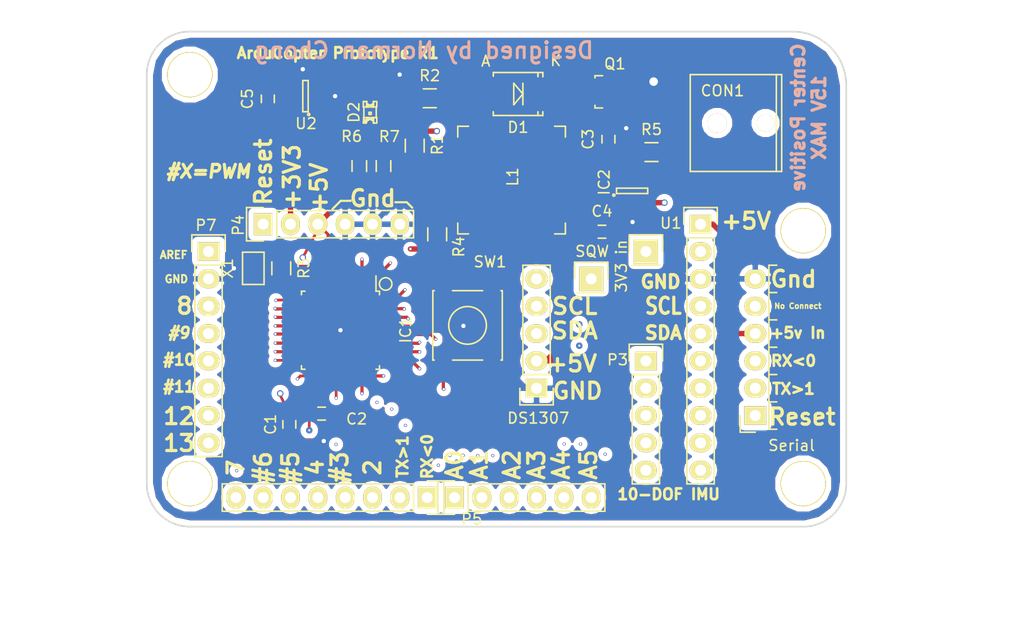
<source format=kicad_pcb>
(kicad_pcb (version 4) (host pcbnew "(after 2015-may-25 BZR unknown)-product")
  (layers (0 F.Cu power) (1 In1.Cu signal) (2 In2.Cu signal) (31 B.Cu power) (34 B.Paste user) (35 F.Paste user) (36 B.SilkS user) (37 F.SilkS user) (38 B.Mask user) (39 F.Mask user) (44 Edge.Cuts user))
  (net 0 "")
  (net 1 +5v)
  (net 2 /Neg)
  (net 3 /AREF)
  (net 4 "Net-(C3-Pad1)")
  (net 5 "Net-(C4-Pad1)")
  (net 6 "Net-(C4-Pad2)")
  (net 7 /+3V3)
  (net 8 /RESET)
  (net 9 /01)
  (net 10 /O0)
  (net 11 GND)
  (net 12 "Net-(D2-Pad1)")
  (net 13 /AD4/SDA)
  (net 14 /AD5/SCL)
  (net 15 "Net-(DS1-Pad5)")
  (net 16 /O3)
  (net 17 /O4)
  (net 18 /O5)
  (net 19 /06)
  (net 20 /07)
  (net 21 /O8)
  (net 22 /O9)
  (net 23 /SS)
  (net 24 /MOSI)
  (net 25 /MISO)
  (net 26 /SCK)
  (net 27 /AD0)
  (net 28 /AD1)
  (net 29 /AD2)
  (net 30 /AD3)
  (net 31 /O2)
  (net 32 "Net-(IC2-Pad3)")
  (net 33 "Net-(IC2-Pad4)")
  (net 34 "Net-(P2-Pad1)")
  (net 35 "Net-(P3-Pad1)")
  (net 36 "Net-(P3-Pad2)")
  (net 37 "Net-(P3-Pad3)")
  (net 38 "Net-(P3-Pad4)")
  (net 39 "Net-(P3-Pad5)")
  (net 40 "Net-(IC1-Pad19)")
  (net 41 "Net-(IC1-Pad22)")
  (net 42 "Net-(U2-Pad4)")
  (module SW_SPST_FSM1LP (layer F.Cu) (at 166.31 98.3 90)
    (fp_text reference SW1 (at 5.9 2.09 180) (layer F.SilkS))
    (fp_text value SW_PUSH)
    (pad 2 smd rect (at -4.205 2.25 90) (size 1.6 1.4) (layers F.Cu F.Paste F.Mask) (net 2 /Neg))
    (pad 1 smd rect (at -4.205 -2.25 90) (size 1.6 1.4) (layers F.Cu F.Paste F.Mask) (net 8 /RESET))
    (pad 1 smd rect (at 4.205 -2.25 90) (size 1.6 1.4) (layers F.Cu F.Paste F.Mask) (net 8 /RESET))
    (pad 2 smd rect (at 4.205 2.25 90) (size 1.6 1.4) (layers F.Cu F.Paste F.Mask) (net 2 /Neg))
    (pad 3 smd rect (at 4.205 0 90) (size 1.6 1.4) (layers F.Cu F.Paste F.Mask) (net 2 /Neg))
  )
  (module Socket_Strips:Socket_Strip_Angled_1x06 (layer F.Cu) (at 193.04 106.68 90)
    (fp_text reference Serial (at -2.78 3.38 180) (layer F.SilkS))
    (fp_text value CONN_01X06)
    (pad 1 thru_hole rect (at 0 0 90) (size 1.7272 2.032) (drill 1.016) (layers *.Cu *.Mask F.SilkS) (net 8 /RESET))
    (pad 2 thru_hole oval (at 2.54 0 90) (size 1.7272 2.032) (drill 1.016) (layers *.Cu *.Mask F.SilkS) (net 9 /01))
    (pad 3 thru_hole oval (at 5.08 0 90) (size 1.7272 2.032) (drill 1.016) (layers *.Cu *.Mask F.SilkS) (net 10 /O0))
    (pad 4 thru_hole oval (at 7.62 0 90) (size 1.7272 2.032) (drill 1.016) (layers *.Cu *.Mask F.SilkS) (net 1 +5v))
    (pad 5 thru_hole oval (at 10.16 0 90) (size 1.7272 2.032) (drill 1.016) (layers *.Cu *.Mask F.SilkS))
    (pad 6 thru_hole oval (at 12.7 0 90) (size 1.7272 2.032) (drill 1.016) (layers *.Cu *.Mask F.SilkS) (net 2 /Neg))
  )
  (module Connect:BARREL_JACK_SMD_2.1MMx5.5 (layer F.Cu) (at 194 79.5 180)
    (fp_text reference CON1 (at 4 3 360) (layer F.SilkS))
    (fp_text value BARREL_JACK)
    (pad 3 smd rect (at 6.1 5.7 180) (size 2.8 2.4) (layers F.Cu F.Paste F.Mask) (net 11 GND))
    (pad 1 smd rect (at 0 -5.7 180) (size 2.8 2.4) (layers F.Cu F.Paste F.Mask) (net 4 "Net-(C3-Pad1)"))
    (pad 2 smd rect (at 0 5.7 180) (size 2.8 2.4) (layers F.Cu F.Paste F.Mask) (net 11 GND))
    (pad 4 thru_hole circle (at 0 0 180) (size 1.6 1.6) (drill 1.6) (layers *.Cu *.Mask F.SilkS))
    (pad 5 thru_hole circle (at 4.5 0 180) (size 1.8 1.8) (drill 1.8) (layers *.Cu *.Mask F.SilkS))
    (pad 1 smd rect (at 6.1 -5.7 180) (size 2.8 2.4) (layers F.Cu F.Paste F.Mask) (net 4 "Net-(C3-Pad1)"))
  )
  (module Hole_4mm (layer F.Cu) (at 140.5 75)
    (fp_text reference REF** (at 0 0) (layer F.SilkS))
    (fp_text value Hole_4mm)
    (pad 1 thru_hole circle (at 0 0) (size 4.2 4.2) (drill 4) (layers *.Cu *.Mask F.SilkS))
  )
  (module Hole_4mm (layer F.Cu) (at 200.5 89.5)
    (fp_text reference REF** (at -3 0) (layer F.SilkS))
    (fp_text value Hole_4mm)
    (pad 1 thru_hole circle (at -3 0) (size 4.2 4.2) (drill 4) (layers *.Cu *.Mask F.SilkS))
  )
  (module Hole_4mm (layer F.Cu) (at 200.5 113)
    (fp_text reference REF** (at -3 0) (layer F.SilkS))
    (fp_text value Hole_4mm)
    (pad 1 thru_hole circle (at -3 0) (size 4.2 4.2) (drill 4) (layers *.Cu *.Mask F.SilkS))
  )
  (module Hole_4mm (layer F.Cu) (at 140.5 113)
    (fp_text reference REF** (at -0.075 0.375) (layer F.SilkS))
    (fp_text value Hole_4mm)
    (pad 1 thru_hole circle (at 0 0) (size 4.2 4.2) (drill 4) (layers *.Cu *.Mask F.SilkS))
  )
  (module Diodes_SMD:Diode-SMB_Handsoldering (layer F.Cu) (at 171 76.8 180)
    (fp_text reference D1 (at 0 -3.1 180) (layer F.SilkS))
    (fp_text value D_Schottky_Small)
    (fp_text user K (at -3.5 3.1 180) (layer F.SilkS))
    (fp_text user A (at 3 3.05 180) (layer F.SilkS))
    (pad 2 smd rect (at -2.70002 0 180) (size 3.50012 2.30124) (layers F.Cu F.Paste F.Mask) (net 5 "Net-(C4-Pad1)"))
    (pad 1 smd rect (at 2.70002 0 180) (size 3.50012 2.30124) (layers F.Cu F.Paste F.Mask) (net 2 /Neg))
  )
  (module Capacitors_SMD:C_0603_HandSoldering (layer F.Cu) (at 149.75 107.5 270)
    (fp_text reference C1 (at 0 1.75 270) (layer F.SilkS))
    (fp_text value 100nf)
    (pad 1 smd rect (at -0.95 0 270) (size 1.2 0.75) (layers F.Cu F.Paste F.Mask) (net 1 +5v))
    (pad 2 smd rect (at 0.95 0 270) (size 1.2 0.75) (layers F.Cu F.Paste F.Mask) (net 2 /Neg))
  )
  (module Capacitors_SMD:C_0603_HandSoldering (layer F.Cu) (at 152.75 106.5)
    (fp_text reference C2 (at 3.25 0.5) (layer F.SilkS))
    (fp_text value 100nf)
    (pad 1 smd rect (at -0.95 0) (size 1.2 0.75) (layers F.Cu F.Paste F.Mask) (net 3 /AREF))
    (pad 2 smd rect (at 0.95 0) (size 1.2 0.75) (layers F.Cu F.Paste F.Mask) (net 2 /Neg))
  )
  (module Capacitors_SMD:C_0603_HandSoldering (layer F.Cu) (at 179.4 81 90)
    (fp_text reference C3 (at 0 -1.9 90) (layer F.SilkS))
    (fp_text value 4.7uF)
    (pad 1 smd rect (at -0.95 0 90) (size 1.2 0.75) (layers F.Cu F.Paste F.Mask) (net 4 "Net-(C3-Pad1)"))
    (pad 2 smd rect (at 0.95 0 90) (size 1.2 0.75) (layers F.Cu F.Paste F.Mask) (net 2 /Neg))
  )
  (module Capacitors_SMD:C_0603_HandSoldering (layer F.Cu) (at 178.8 89.6)
    (fp_text reference C4 (at 0 -1.9) (layer F.SilkS))
    (fp_text value 100nF)
    (pad 1 smd rect (at -0.95 0) (size 1.2 0.75) (layers F.Cu F.Paste F.Mask) (net 5 "Net-(C4-Pad1)"))
    (pad 2 smd rect (at 0.95 0) (size 1.2 0.75) (layers F.Cu F.Paste F.Mask) (net 6 "Net-(C4-Pad2)"))
  )
  (module Capacitors_SMD:C_0603_HandSoldering (layer F.Cu) (at 147.75 77.25 90)
    (fp_text reference C5 (at 0 -1.9 90) (layer F.SilkS))
    (fp_text value 1uF)
    (pad 1 smd rect (at -0.95 0 90) (size 1.2 0.75) (layers F.Cu F.Paste F.Mask) (net 7 /+3V3))
    (pad 2 smd rect (at 0.95 0 90) (size 1.2 0.75) (layers F.Cu F.Paste F.Mask) (net 2 /Neg))
  )
  (module LEDs:LED-0805 (layer F.Cu) (at 157.25 78.5 90)
    (fp_text reference D2 (at 0 -1.5 90) (layer F.SilkS))
    (fp_text value LED)
    (pad 2 smd rect (at 1.04902 0 270) (size 1.19888 1.19888) (layers F.Cu F.Paste F.Mask) (net 2 /Neg))
    (pad 1 smd rect (at -1.04902 0 270) (size 1.19888 1.19888) (layers F.Cu F.Paste F.Mask) (net 12 "Net-(D2-Pad1)"))
  )
  (module Pin_Headers:Pin_Header_Straight_1x05 (layer F.Cu) (at 172.72 104.14 180)
    (fp_text reference DS1307 (at -0.16 -2.78 180) (layer F.SilkS))
    (fp_text value CONN_01X05)
    (pad 1 thru_hole rect (at 0 0 180) (size 2.032 1.7272) (drill 1.016) (layers *.Cu *.Mask F.SilkS) (net 2 /Neg))
    (pad 2 thru_hole oval (at 0 2.54 180) (size 2.032 1.7272) (drill 1.016) (layers *.Cu *.Mask F.SilkS) (net 1 +5v))
    (pad 3 thru_hole oval (at 0 5.08 180) (size 2.032 1.7272) (drill 1.016) (layers *.Cu *.Mask F.SilkS) (net 13 /AD4/SDA))
    (pad 4 thru_hole oval (at 0 7.62 180) (size 2.032 1.7272) (drill 1.016) (layers *.Cu *.Mask F.SilkS) (net 14 /AD5/SCL))
    (pad 5 thru_hole oval (at 0 10.16 180) (size 2.032 1.7272) (drill 1.016) (layers *.Cu *.Mask F.SilkS) (net 15 "Net-(DS1-Pad5)"))
  )
  (module Housings_SOT-23_SOT-143_TSOT-6:SOT-23-6 (layer F.Cu) (at 181.6 85.8 90)
    (fp_text reference IC2 (at 0.8 -2.6 90) (layer F.SilkS))
    (fp_text value AOZ1282CI)
    (pad 1 smd rect (at -1.1 -0.95 90) (size 1.06 0.65) (layers F.Cu F.Paste F.Mask) (net 6 "Net-(C4-Pad2)"))
    (pad 2 smd rect (at -1.1 0 90) (size 1.06 0.65) (layers F.Cu F.Paste F.Mask) (net 2 /Neg))
    (pad 3 smd rect (at -1.1 0.95 90) (size 1.06 0.65) (layers F.Cu F.Paste F.Mask) (net 32 "Net-(IC2-Pad3)"))
    (pad 4 smd rect (at 1.1 0.95 90) (size 1.06 0.65) (layers F.Cu F.Paste F.Mask) (net 33 "Net-(IC2-Pad4)"))
    (pad 6 smd rect (at 1.1 -0.95 90) (size 1.06 0.65) (layers F.Cu F.Paste F.Mask) (net 5 "Net-(C4-Pad1)"))
    (pad 5 smd rect (at 1.1 0 90) (size 1.06 0.65) (layers F.Cu F.Paste F.Mask) (net 4 "Net-(C3-Pad1)"))
  )
  (module Inductors:WE-PD_SMD_Shielded_Power_Inductor (layer F.Cu) (at 170.4 84.8 90)
    (fp_text reference L1 (at 0.3 0.1 90) (layer F.SilkS))
    (fp_text value 22uH)
    (pad 1 smd rect (at 0 4.5 90) (size 3.5 2) (layers F.Cu F.Paste F.Mask) (net 5 "Net-(C4-Pad1)"))
    (pad 2 smd rect (at 0 -4.5 90) (size 3.5 2) (layers F.Cu F.Paste F.Mask) (net 1 +5v))
  )
  (module Pin_Headers:Pin_Header_Straight_1x01 (layer F.Cu) (at 177.8 93.98)
    (fp_text reference SQW (at 0.08 -2.56) (layer F.SilkS))
    (fp_text value CONN_01X01)
    (pad 1 thru_hole rect (at 0 0) (size 2.2352 2.2352) (drill 1.016) (layers *.Cu *.Mask F.SilkS) (net 15 "Net-(DS1-Pad5)"))
  )
  (module Pin_Headers:Pin_Header_Straight_1x01 (layer F.Cu) (at 182.88 91.44)
    (fp_text reference "3V3 in" (at -2.28 1.36 90) (layer F.SilkS))
    (fp_text value CONN_01X01)
    (pad 1 thru_hole rect (at 0 0) (size 2.2352 2.2352) (drill 1.016) (layers *.Cu *.Mask F.SilkS) (net 34 "Net-(P2-Pad1)"))
  )
  (module Pin_Headers:Pin_Header_Straight_1x05 (layer F.Cu) (at 182.88 101.6)
    (fp_text reference P3 (at -2.63 -0.1) (layer F.SilkS))
    (fp_text value CONN_01X05)
    (pad 1 thru_hole rect (at 0 0) (size 2.032 1.7272) (drill 1.016) (layers *.Cu *.Mask F.SilkS) (net 35 "Net-(P3-Pad1)"))
    (pad 2 thru_hole oval (at 0 2.54) (size 2.032 1.7272) (drill 1.016) (layers *.Cu *.Mask F.SilkS) (net 36 "Net-(P3-Pad2)"))
    (pad 3 thru_hole oval (at 0 5.08) (size 2.032 1.7272) (drill 1.016) (layers *.Cu *.Mask F.SilkS) (net 37 "Net-(P3-Pad3)"))
    (pad 4 thru_hole oval (at 0 7.62) (size 2.032 1.7272) (drill 1.016) (layers *.Cu *.Mask F.SilkS) (net 38 "Net-(P3-Pad4)"))
    (pad 5 thru_hole oval (at 0 10.16) (size 2.032 1.7272) (drill 1.016) (layers *.Cu *.Mask F.SilkS) (net 39 "Net-(P3-Pad5)"))
  )
  (module Pin_Headers:Pin_Header_Straight_1x06 (layer F.Cu) (at 147.32 88.9 90)
    (fp_text reference P4 (at -0.1 -2.32 90) (layer F.SilkS))
    (fp_text value CONN_01X06)
    (pad 1 thru_hole rect (at 0 0 90) (size 2.032 1.7272) (drill 1.016) (layers *.Cu *.Mask F.SilkS) (net 8 /RESET))
    (pad 2 thru_hole oval (at 0 2.54 90) (size 2.032 1.7272) (drill 1.016) (layers *.Cu *.Mask F.SilkS) (net 7 /+3V3))
    (pad 3 thru_hole oval (at 0 5.08 90) (size 2.032 1.7272) (drill 1.016) (layers *.Cu *.Mask F.SilkS) (net 1 +5v))
    (pad 4 thru_hole oval (at 0 7.62 90) (size 2.032 1.7272) (drill 1.016) (layers *.Cu *.Mask F.SilkS) (net 2 /Neg))
    (pad 5 thru_hole oval (at 0 10.16 90) (size 2.032 1.7272) (drill 1.016) (layers *.Cu *.Mask F.SilkS) (net 2 /Neg))
    (pad 6 thru_hole oval (at 0 12.7 90) (size 2.032 1.7272) (drill 1.016) (layers *.Cu *.Mask F.SilkS) (net 2 /Neg))
  )
  (module Pin_Headers:Pin_Header_Straight_1x08 (layer F.Cu) (at 162.56 114.3 270)
    (fp_text reference P5 (at 2 -4.14 360) (layer F.SilkS))
    (fp_text value CONN_01X08)
    (pad 1 thru_hole rect (at 0 0 270) (size 2.032 1.7272) (drill 1.016) (layers *.Cu *.Mask F.SilkS) (net 10 /O0))
    (pad 2 thru_hole oval (at 0 2.54 270) (size 2.032 1.7272) (drill 1.016) (layers *.Cu *.Mask F.SilkS) (net 9 /01))
    (pad 3 thru_hole oval (at 0 5.08 270) (size 2.032 1.7272) (drill 1.016) (layers *.Cu *.Mask F.SilkS) (net 31 /O2))
    (pad 4 thru_hole oval (at 0 7.62 270) (size 2.032 1.7272) (drill 1.016) (layers *.Cu *.Mask F.SilkS) (net 16 /O3))
    (pad 5 thru_hole oval (at 0 10.16 270) (size 2.032 1.7272) (drill 1.016) (layers *.Cu *.Mask F.SilkS) (net 17 /O4))
    (pad 6 thru_hole oval (at 0 12.7 270) (size 2.032 1.7272) (drill 1.016) (layers *.Cu *.Mask F.SilkS) (net 18 /O5))
    (pad 7 thru_hole oval (at 0 15.24 270) (size 2.032 1.7272) (drill 1.016) (layers *.Cu *.Mask F.SilkS) (net 19 /06))
    (pad 8 thru_hole oval (at 0 17.78 270) (size 2.032 1.7272) (drill 1.016) (layers *.Cu *.Mask F.SilkS) (net 20 /07))
  )
  (module Pin_Headers:Pin_Header_Straight_1x06 (layer F.Cu) (at 165.1 114.3 90)
    (fp_text reference P6 (at 0 -5.1 90) (layer F.SilkS))
    (fp_text value CONN_01X06)
    (pad 1 thru_hole rect (at 0 0 90) (size 2.032 1.7272) (drill 1.016) (layers *.Cu *.Mask F.SilkS) (net 27 /AD0))
    (pad 2 thru_hole oval (at 0 2.54 90) (size 2.032 1.7272) (drill 1.016) (layers *.Cu *.Mask F.SilkS) (net 28 /AD1))
    (pad 3 thru_hole oval (at 0 5.08 90) (size 2.032 1.7272) (drill 1.016) (layers *.Cu *.Mask F.SilkS) (net 29 /AD2))
    (pad 4 thru_hole oval (at 0 7.62 90) (size 2.032 1.7272) (drill 1.016) (layers *.Cu *.Mask F.SilkS) (net 30 /AD3))
    (pad 5 thru_hole oval (at 0 10.16 90) (size 2.032 1.7272) (drill 1.016) (layers *.Cu *.Mask F.SilkS) (net 13 /AD4/SDA))
    (pad 6 thru_hole oval (at 0 12.7 90) (size 2.032 1.7272) (drill 1.016) (layers *.Cu *.Mask F.SilkS) (net 14 /AD5/SCL))
  )
  (module Pin_Headers:Pin_Header_Straight_1x08 (layer F.Cu) (at 142.24 91.44)
    (fp_text reference P7 (at -0.24 -2.44) (layer F.SilkS))
    (fp_text value CONN_01X08)
    (pad 1 thru_hole rect (at 0 0) (size 2.032 1.7272) (drill 1.016) (layers *.Cu *.Mask F.SilkS) (net 3 /AREF))
    (pad 2 thru_hole oval (at 0 2.54) (size 2.032 1.7272) (drill 1.016) (layers *.Cu *.Mask F.SilkS) (net 2 /Neg))
    (pad 3 thru_hole oval (at 0 5.08) (size 2.032 1.7272) (drill 1.016) (layers *.Cu *.Mask F.SilkS) (net 21 /O8))
    (pad 4 thru_hole oval (at 0 7.62) (size 2.032 1.7272) (drill 1.016) (layers *.Cu *.Mask F.SilkS) (net 22 /O9))
    (pad 5 thru_hole oval (at 0 10.16) (size 2.032 1.7272) (drill 1.016) (layers *.Cu *.Mask F.SilkS) (net 23 /SS))
    (pad 6 thru_hole oval (at 0 12.7) (size 2.032 1.7272) (drill 1.016) (layers *.Cu *.Mask F.SilkS) (net 24 /MOSI))
    (pad 7 thru_hole oval (at 0 15.24) (size 2.032 1.7272) (drill 1.016) (layers *.Cu *.Mask F.SilkS) (net 25 /MISO))
    (pad 8 thru_hole oval (at 0 17.78) (size 2.032 1.7272) (drill 1.016) (layers *.Cu *.Mask F.SilkS) (net 26 /SCK))
  )
  (module Housings_SOT-23_SOT-143_TSOT-6:SOT-23_Handsoldering (layer F.Cu) (at 178.8 76.6 90)
    (fp_text reference Q1 (at 2.6 1.2 180) (layer F.SilkS))
    (fp_text value AO3404A)
    (pad 1 smd rect (at -0.95 1.50114 90) (size 0.8001 1.80086) (layers F.Cu F.Paste F.Mask) (net 4 "Net-(C3-Pad1)"))
    (pad 2 smd rect (at 0.95 1.50114 90) (size 0.8001 1.80086) (layers F.Cu F.Paste F.Mask) (net 2 /Neg))
    (pad 3 smd rect (at 0 -1.50114 90) (size 0.8001 1.80086) (layers F.Cu F.Paste F.Mask) (net 11 GND))
  )
  (module Resistors_SMD:R_0805_HandSoldering (layer F.Cu) (at 161.4 81.6 90)
    (fp_text reference R1 (at 0.1 2.1 90) (layer F.SilkS))
    (fp_text value 49.9K)
    (pad 1 smd rect (at -1.35 0 90) (size 1.5 1.3) (layers F.Cu F.Paste F.Mask) (net 1 +5v))
    (pad 2 smd rect (at 1.35 0 90) (size 1.5 1.3) (layers F.Cu F.Paste F.Mask) (net 32 "Net-(IC2-Pad3)"))
  )
  (module Resistors_SMD:R_0805_HandSoldering (layer F.Cu) (at 162.8 77.2)
    (fp_text reference R2 (at 0 -2.1) (layer F.SilkS))
    (fp_text value 15.8K)
    (pad 1 smd rect (at -1.35 0) (size 1.5 1.3) (layers F.Cu F.Paste F.Mask) (net 32 "Net-(IC2-Pad3)"))
    (pad 2 smd rect (at 1.35 0) (size 1.5 1.3) (layers F.Cu F.Paste F.Mask) (net 2 /Neg))
  )
  (module Resistors_SMD:R_0805_HandSoldering (layer F.Cu) (at 149 93 270)
    (fp_text reference R3 (at 0 -2.1 270) (layer F.SilkS))
    (fp_text value 1M)
    (pad 1 smd rect (at -1.35 0 270) (size 1.5 1.3) (layers F.Cu F.Paste F.Mask) (net 2 /Neg))
    (pad 2 smd rect (at 1.35 0 270) (size 1.5 1.3) (layers F.Cu F.Paste F.Mask) (net 2 /Neg))
  )
  (module Resistors_SMD:R_0805_HandSoldering (layer F.Cu) (at 163.49 89.84 270)
    (fp_text reference R4 (at 1.16 -2.01 270) (layer F.SilkS))
    (fp_text value 10K)
    (pad 1 smd rect (at -1.35 0 270) (size 1.5 1.3) (layers F.Cu F.Paste F.Mask) (net 1 +5v))
    (pad 2 smd rect (at 1.35 0 270) (size 1.5 1.3) (layers F.Cu F.Paste F.Mask) (net 8 /RESET))
  )
  (module Resistors_SMD:R_0805_HandSoldering (layer F.Cu) (at 183.4 82.2)
    (fp_text reference R5 (at 0 -2.1) (layer F.SilkS))
    (fp_text value 10K)
    (pad 1 smd rect (at -1.35 0) (size 1.5 1.3) (layers F.Cu F.Paste F.Mask) (net 4 "Net-(C3-Pad1)"))
    (pad 2 smd rect (at 1.35 0) (size 1.5 1.3) (layers F.Cu F.Paste F.Mask) (net 33 "Net-(IC2-Pad4)"))
  )
  (module Resistors_SMD:R_0603_HandSoldering (layer F.Cu) (at 156.25 83.5 270)
    (fp_text reference R6 (at -2.76 0.71 360) (layer F.SilkS))
    (fp_text value 1K)
    (pad 1 smd rect (at -1.1 0 270) (size 1.2 0.9) (layers F.Cu F.Paste F.Mask) (net 12 "Net-(D2-Pad1)"))
    (pad 2 smd rect (at 1.1 0 270) (size 1.2 0.9) (layers F.Cu F.Paste F.Mask) (net 1 +5v))
  )
  (module Resistors_SMD:R_0603_HandSoldering (layer F.Cu) (at 158.5 83.5 270)
    (fp_text reference R7 (at -2.74 -0.54 360) (layer F.SilkS))
    (fp_text value 1K)
    (pad 1 smd rect (at -1.1 0 270) (size 1.2 0.9) (layers F.Cu F.Paste F.Mask) (net 12 "Net-(D2-Pad1)"))
    (pad 2 smd rect (at 1.1 0 270) (size 1.2 0.9) (layers F.Cu F.Paste F.Mask) (net 1 +5v))
  )
  (module Pin_Headers:Pin_Header_Straight_1x10 (layer F.Cu) (at 187.96 88.9)
    (fp_text reference U1 (at -2.76 -0.1) (layer F.SilkS))
    (fp_text value CONN_01X10)
    (pad 1 thru_hole rect (at 0 0) (size 2.032 1.7272) (drill 1.016) (layers *.Cu *.Mask F.SilkS) (net 1 +5v))
    (pad 2 thru_hole oval (at 0 2.54) (size 2.032 1.7272) (drill 1.016) (layers *.Cu *.Mask F.SilkS) (net 34 "Net-(P2-Pad1)"))
    (pad 3 thru_hole oval (at 0 5.08) (size 2.032 1.7272) (drill 1.016) (layers *.Cu *.Mask F.SilkS) (net 2 /Neg))
    (pad 4 thru_hole oval (at 0 7.62) (size 2.032 1.7272) (drill 1.016) (layers *.Cu *.Mask F.SilkS) (net 14 /AD5/SCL))
    (pad 5 thru_hole oval (at 0 10.16) (size 2.032 1.7272) (drill 1.016) (layers *.Cu *.Mask F.SilkS) (net 13 /AD4/SDA))
    (pad 6 thru_hole oval (at 0 12.7) (size 2.032 1.7272) (drill 1.016) (layers *.Cu *.Mask F.SilkS) (net 35 "Net-(P3-Pad1)"))
    (pad 7 thru_hole oval (at 0 15.24) (size 2.032 1.7272) (drill 1.016) (layers *.Cu *.Mask F.SilkS) (net 36 "Net-(P3-Pad2)"))
    (pad 8 thru_hole oval (at 0 17.78) (size 2.032 1.7272) (drill 1.016) (layers *.Cu *.Mask F.SilkS) (net 37 "Net-(P3-Pad3)"))
    (pad 9 thru_hole oval (at 0 20.32) (size 2.032 1.7272) (drill 1.016) (layers *.Cu *.Mask F.SilkS) (net 38 "Net-(P3-Pad4)"))
    (pad 10 thru_hole oval (at 0 22.86) (size 2.032 1.7272) (drill 1.016) (layers *.Cu *.Mask F.SilkS) (net 39 "Net-(P3-Pad5)"))
  )
  (module Housings_SOT-23_SOT-143_TSOT-6:SOT-23-5 (layer F.Cu) (at 151.25 77 180)
    (fp_text reference U2 (at -0.05 -2.55 180) (layer F.SilkS))
    (fp_text value LP2985LV)
    (pad 1 smd rect (at -1.1 -0.95 180) (size 1.06 0.65) (layers F.Cu F.Paste F.Mask) (net 1 +5v))
    (pad 2 smd rect (at -1.1 0 180) (size 1.06 0.65) (layers F.Cu F.Paste F.Mask) (net 2 /Neg))
    (pad 3 smd rect (at -1.1 0.95 180) (size 1.06 0.65) (layers F.Cu F.Paste F.Mask) (net 1 +5v))
    (pad 4 smd rect (at 1.1 0.95 180) (size 1.06 0.65) (layers F.Cu F.Paste F.Mask) (net 42 "Net-(U2-Pad4)"))
    (pad 5 smd rect (at 1.1 -0.95 180) (size 1.06 0.65) (layers F.Cu F.Paste F.Mask) (net 7 /+3V3))
  )
  (module Crystals_Oscillators_SMD:CSTCE_V (layer F.Cu) (at 146.4 93 90)
    (fp_text reference X1 (at 0 -2.4 90) (layer F.SilkS))
    (fp_text value 16MHZ)
    (pad 3 smd rect (at 0 0 90) (size 0.3 1.6) (layers F.Cu F.Paste F.Mask) (net 2 /Neg))
    (pad 1 smd rect (at -0.95 0 90) (size 0.3 1.6) (layers F.Cu F.Paste F.Mask) (net 2 /Neg))
    (pad 2 smd rect (at 0.95 0 90) (size 0.3 1.6) (layers F.Cu F.Paste F.Mask) (net 2 /Neg))
  )
  (module Housings_QFP:TQFP-32_7x7mm_Pitch0.8mm_GND3 (layer F.Cu) (at 154.5 98.75 270)
    (fp_text reference IC1 (at 0 -6.05 270) (layer F.SilkS))
    (fp_text value ATMEGA328P-A)
    (pad 1 smd rect (at -4.25 -2.8 270) (size 1.6 0.55) (layers F.Cu F.Paste F.Mask) (net 16 /O3))
    (pad 2 smd rect (at -4.25 -2 270) (size 1.6 0.55) (layers F.Cu F.Paste F.Mask) (net 17 /O4))
    (pad 3 smd rect (at -4.25 -1.2 270) (size 1.6 0.55) (layers F.Cu F.Paste F.Mask) (net 2 /Neg))
    (pad 4 smd rect (at -4.25 -0.4 270) (size 1.6 0.55) (layers F.Cu F.Paste F.Mask) (net 1 +5v))
    (pad 5 smd rect (at -4.25 0.4 270) (size 1.6 0.55) (layers F.Cu F.Paste F.Mask) (net 2 /Neg))
    (pad 6 smd rect (at -4.25 1.2 270) (size 1.6 0.55) (layers F.Cu F.Paste F.Mask) (net 1 +5v))
    (pad 7 smd rect (at -4.25 2 270) (size 1.6 0.55) (layers F.Cu F.Paste F.Mask) (net 2 /Neg))
    (pad 8 smd rect (at -4.25 2.8 270) (size 1.6 0.55) (layers F.Cu F.Paste F.Mask) (net 2 /Neg))
    (pad 9 smd rect (at -2.8 4.25) (size 1.6 0.55) (layers F.Cu F.Paste F.Mask) (net 18 /O5))
    (pad 10 smd rect (at -2 4.25) (size 1.6 0.55) (layers F.Cu F.Paste F.Mask) (net 19 /06))
    (pad 11 smd rect (at -1.2 4.25) (size 1.6 0.55) (layers F.Cu F.Paste F.Mask) (net 20 /07))
    (pad 12 smd rect (at -0.4 4.25) (size 1.6 0.55) (layers F.Cu F.Paste F.Mask) (net 21 /O8))
    (pad 13 smd rect (at 0.4 4.25) (size 1.6 0.55) (layers F.Cu F.Paste F.Mask) (net 22 /O9))
    (pad 14 smd rect (at 1.2 4.25) (size 1.6 0.55) (layers F.Cu F.Paste F.Mask) (net 23 /SS))
    (pad 15 smd rect (at 2 4.25) (size 1.6 0.55) (layers F.Cu F.Paste F.Mask) (net 24 /MOSI))
    (pad 16 smd rect (at 2.8 4.25) (size 1.6 0.55) (layers F.Cu F.Paste F.Mask) (net 25 /MISO))
    (pad 17 smd rect (at 4.25 2.8 270) (size 1.6 0.55) (layers F.Cu F.Paste F.Mask) (net 26 /SCK))
    (pad 18 smd rect (at 4.25 2 270) (size 1.6 0.55) (layers F.Cu F.Paste F.Mask) (net 1 +5v))
    (pad 19 smd rect (at 4.25 1.2 270) (size 1.6 0.55) (layers F.Cu F.Paste F.Mask) (net 40 "Net-(IC1-Pad19)"))
    (pad 20 smd rect (at 4.25 0.4 270) (size 1.6 0.55) (layers F.Cu F.Paste F.Mask) (net 3 /AREF))
    (pad 21 smd rect (at 4.25 -0.4 270) (size 1.6 0.55) (layers F.Cu F.Paste F.Mask) (net 2 /Neg))
    (pad 22 smd rect (at 4.25 -1.2 270) (size 1.6 0.55) (layers F.Cu F.Paste F.Mask) (net 41 "Net-(IC1-Pad22)"))
    (pad 23 smd rect (at 4.25 -2 270) (size 1.6 0.55) (layers F.Cu F.Paste F.Mask) (net 27 /AD0))
    (pad 24 smd rect (at 4.25 -2.8 270) (size 1.6 0.55) (layers F.Cu F.Paste F.Mask) (net 28 /AD1))
    (pad 25 smd rect (at 2.8 -4.25) (size 1.6 0.55) (layers F.Cu F.Paste F.Mask) (net 29 /AD2))
    (pad 26 smd rect (at 2 -4.25) (size 1.6 0.55) (layers F.Cu F.Paste F.Mask) (net 30 /AD3))
    (pad 27 smd rect (at 1.2 -4.25) (size 1.6 0.55) (layers F.Cu F.Paste F.Mask) (net 13 /AD4/SDA))
    (pad 28 smd rect (at 0.4 -4.25) (size 1.6 0.55) (layers F.Cu F.Paste F.Mask) (net 14 /AD5/SCL))
    (pad 29 smd rect (at -0.4 -4.25) (size 1.6 0.55) (layers F.Cu F.Paste F.Mask) (net 8 /RESET))
    (pad 30 smd rect (at -1.2 -4.25) (size 1.6 0.55) (layers F.Cu F.Paste F.Mask) (net 10 /O0))
    (pad 31 smd rect (at -2 -4.25) (size 1.6 0.55) (layers F.Cu F.Paste F.Mask) (net 9 /01))
    (pad 32 smd rect (at -2.8 -4.25) (size 1.6 0.55) (layers F.Cu F.Paste F.Mask) (net 31 /O2))
    (pad 3 smd rect (at 0 0 270) (size 5.08 5.08) (layers F.Cu F.Paste F.Mask) (net 2 /Neg))
  )
  (gr_line (start 140.5 71) (end 196.5 71) (angle 90) (layer Edge.Cuts) (width 0.15))
  (gr_line (start 197.7 117) (end 140.5 117) (angle 90) (layer Edge.Cuts) (width 0.15))
  (gr_line (start 201.5 112.8) (end 201.5 76) (angle 90) (layer Edge.Cuts) (width 0.15))
  (gr_arc (start 197.5 113) (end 201.5 112.8) (angle 90) (layer Edge.Cuts) (width 0.15))
  (gr_line (start 136.5 75) (end 136.5 113) (angle 90) (layer Edge.Cuts) (width 0.15))
  (gr_arc (start 140.5 75) (end 136.5 75) (angle 90) (layer Edge.Cuts) (width 0.15))
  (gr_arc (start 140.5 113) (end 140.5 117) (angle 90) (layer Edge.Cuts) (width 0.15))
  (gr_text "No Connect" (at 197 96.5) (layer F.SilkS) (effects (font (size 0.5 0.5) (thickness 0.125))))
  (gr_text Gnd (at 196.6 94) (layer F.SilkS) (effects (font (size 1.5 1.5) (thickness 0.3))))
  (gr_text Reset (at 197.4 106.8) (layer F.SilkS) (effects (font (size 1.5 1.5) (thickness 0.3))))
  (gr_text "+5v In" (at 197 99) (layer F.SilkS) (effects (font (size 1 1) (thickness 0.25))))
  (gr_text RX<0 (at 196.6 101.6) (layer F.SilkS) (effects (font (size 1 1) (thickness 0.25))))
  (gr_text TX>1 (at 196.6 104.2) (layer F.SilkS) (effects (font (size 1 1) (thickness 0.25))))
  (gr_text "Designed by Norman Chong" (at 162.25 72.75) (layer B.SilkS) (effects (font (size 1.5 1.5) (thickness 0.275)) (justify mirror)))
  (gr_text "10-DOF IMU" (at 185 114) (layer F.SilkS) (effects (font (size 1 1) (thickness 0.25))))
  (gr_text "#X=PWM" (at 142.25 84) (layer F.SilkS) (effects (font (size 1.2 1.2) (thickness 0.3) italic)))
  (gr_text "Center Positive\n15V MAX\n" (at 198 79 90) (layer B.SilkS) (effects (font (size 1.2 1.2) (thickness 0.3)) (justify mirror)))
  (gr_text 2 (at 157.48 111.506 90) (layer F.SilkS) (effects (font (size 1.5 1.5) (thickness 0.3))))
  (gr_text SCL (at 176.276 96.52) (layer F.SilkS) (effects (font (size 1.5 1.5) (thickness 0.3))))
  (gr_text SDA (at 176.276 98.806) (layer F.SilkS) (effects (font (size 1.5 1.5) (thickness 0.3))))
  (gr_text "+5V\n" (at 176.022 101.854) (layer F.SilkS) (effects (font (size 1.5 1.5) (thickness 0.3))))
  (gr_text GND (at 176.53 104.394) (layer F.SilkS) (effects (font (size 1.5 1.5) (thickness 0.3))))
  (gr_text SDA (at 184.5 99) (layer F.SilkS) (effects (font (size 1.2 1.2) (thickness 0.3))))
  (gr_text SCL (at 184.5 96.5) (layer F.SilkS) (effects (font (size 1.5 1.2) (thickness 0.3))))
  (gr_text "GND\n" (at 184.25 94.25) (layer F.SilkS) (effects (font (size 1.2 1.2) (thickness 0.3))))
  (gr_text +5V (at 192.2 88.6) (layer F.SilkS) (effects (font (size 1.5 1.5) (thickness 0.3))))
  (gr_text RX<0 (at 162.56 110.49 90) (layer F.SilkS) (effects (font (size 1 1) (thickness 0.25))))
  (gr_text TX>1 (at 160.274 110.49 90) (layer F.SilkS) (effects (font (size 1 1) (thickness 0.25))))
  (gr_text "#3" (at 154.432 111.506 90) (layer F.SilkS) (effects (font (size 1.5 1.5) (thickness 0.3))))
  (gr_text 4 (at 152.146 111.506 90) (layer F.SilkS) (effects (font (size 1.5 1.5) (thickness 0.3))))
  (gr_text "#5" (at 149.86 111.506 90) (layer F.SilkS) (effects (font (size 1.5 1.5) (thickness 0.3))))
  (gr_text "#6" (at 147.32 111.506 90) (layer F.SilkS) (effects (font (size 1.5 1.5) (thickness 0.3))))
  (gr_text 7 (at 144.78 111.506 90) (layer F.SilkS) (effects (font (size 1.5 1.5) (thickness 0.3))))
  (gr_text 13 (at 139.5 109.25) (layer F.SilkS) (effects (font (size 1.5 1.5) (thickness 0.3))))
  (gr_text 12 (at 139.5 106.75) (layer F.SilkS) (effects (font (size 1.5 1.5) (thickness 0.3))))
  (gr_text "#11" (at 139.5 104) (layer F.SilkS) (effects (font (size 1 1) (thickness 0.25))))
  (gr_text "#10" (at 139.5 101.5) (layer F.SilkS) (effects (font (size 1 1) (thickness 0.25))))
  (gr_text "#9" (at 139.5 99) (layer F.SilkS) (effects (font (size 1 1) (thickness 0.25) italic)))
  (gr_text 8 (at 140 96.5) (layer F.SilkS) (effects (font (size 1.5 1.5) (thickness 0.3))))
  (gr_text GND (at 139.25 94) (layer F.SilkS) (effects (font (size 0.7 0.7) (thickness 0.175))))
  (gr_text AREF (at 139 91.75) (layer F.SilkS) (effects (font (size 0.7 0.7) (thickness 0.175))))
  (gr_line (start 155.44 86.73) (end 155.44 86.7) (angle 90) (layer F.SilkS) (width 0.2))
  (gr_line (start 154.52 86.73) (end 155.44 86.73) (angle 90) (layer F.SilkS) (width 0.2))
  (gr_line (start 153.76 87.49) (end 154.52 86.73) (angle 90) (layer F.SilkS) (width 0.2))
  (gr_line (start 160.66 86.86) (end 159.59 86.86) (angle 90) (layer F.SilkS) (width 0.2))
  (gr_line (start 161.17 87.37) (end 160.66 86.86) (angle 90) (layer F.SilkS) (width 0.2))
  (gr_text Gnd (at 157.5 86.5) (layer F.SilkS) (effects (font (size 1.5 1.5) (thickness 0.3))))
  (gr_text +5V (at 152.5 85.5 90) (layer F.SilkS) (effects (font (size 1.5 1.5) (thickness 0.3))))
  (gr_text +3V3 (at 150 84.5 90) (layer F.SilkS) (effects (font (size 1.5 1.5) (thickness 0.3))))
  (gr_text Reset (at 147.33 84.04 90) (layer F.SilkS) (effects (font (size 1.5 1.5) (thickness 0.3))))
  (gr_text A5 (at 177.546 111.252 90) (layer F.SilkS) (effects (font (size 1.5 1.5) (thickness 0.3))))
  (gr_text A4 (at 175.006 111.252 90) (layer F.SilkS) (effects (font (size 1.5 1.5) (thickness 0.3))))
  (gr_text A3 (at 172.72 111.252 90) (layer F.SilkS) (effects (font (size 1.5 1.5) (thickness 0.3))))
  (gr_text A2 (at 170.434 111.252 90) (layer F.SilkS) (effects (font (size 1.5 1.5) (thickness 0.3))))
  (gr_text A1 (at 167.386 111.252 90) (layer F.SilkS) (effects (font (size 1.5 1.5) (thickness 0.3))))
  (gr_text A0 (at 165.1 111.252 90) (layer F.SilkS) (effects (font (size 1.5 1.5) (thickness 0.3))))
  (gr_text "ArduCopter Prototype R1" (at 154.25 73) (layer F.SilkS) (effects (font (size 1 1) (thickness 0.25))))
  (gr_arc (start 196.5 76) (end 196.5 71) (angle 90) (layer Edge.Cuts) (width 0.15))
  (segment (start 193.04 99.06) (end 192.6 99.06) (width 0.5) (layer F.Cu) (net 1))
  (segment (start 152.4 89.4) (end 152.4 88.9) (width 0.25) (layer F.Cu) (net 1))
  (segment (start 156.25 84.6) (end 158.5 84.6) (width 0.5) (layer F.Cu) (net 1))
  (segment (start 163.49 88.49) (end 163.58 88.4) (width 0.5) (layer F.Cu) (net 1))
  (segment (start 152.5 103) (end 152.5 105.1) (width 0.25) (layer F.Cu) (net 1))
  (segment (start 152.5 105.1) (end 151.2 105.1) (width 0.25) (layer F.Cu) (net 1))
  (segment (start 151.2 105.1) (end 149.75 106.55) (width 0.25) (layer F.Cu) (net 1))
  (segment (start 165.9 84.8) (end 163.49 87.21) (width 0.5) (layer F.Cu) (net 1))
  (segment (start 163.49 87.21) (end 163.49 88.49) (width 0.5) (layer F.Cu) (net 1))
  (segment (start 153.3 94.5) (end 153.325 94.475) (width 0.25) (layer F.Cu) (net 1))
  (segment (start 153.325 94.475) (end 153.325 89.825) (width 0.25) (layer F.Cu) (net 1))
  (segment (start 153.325 89.825) (end 152.4 88.9) (width 0.25) (layer F.Cu) (net 1))
  (segment (start 154.9 94.5) (end 154.875 94.475) (width 0.25) (layer F.Cu) (net 1))
  (segment (start 154.875 94.475) (end 154.875 91.375) (width 0.25) (layer F.Cu) (net 1))
  (segment (start 154.875 91.375) (end 152.4 88.9) (width 0.25) (layer F.Cu) (net 1))
  (segment (start 152.4 88.9) (end 156.25 85.05) (width 0.5) (layer F.Cu) (net 1))
  (segment (start 156.25 85.05) (end 156.25 84.6) (width 0.5) (layer F.Cu) (net 1))
  (segment (start 152.35 77.95) (end 154.5 80.1) (width 0.5) (layer F.Cu) (net 1))
  (segment (start 154.5 82.85) (end 156.25 84.6) (width 0.5) (layer F.Cu) (net 1))
  (segment (start 154.5 80.1) (end 154.5 82.85) (width 0.5) (layer F.Cu) (net 1))
  (segment (start 152.35 77.95) (end 152.4 78) (width 0.5) (layer F.Cu) (net 1))
  (segment (start 152.4 78) (end 154.5 78) (width 0.5) (layer F.Cu) (net 1))
  (segment (start 154.5 78) (end 156 76.5) (width 0.5) (layer F.Cu) (net 1))
  (segment (start 156 76.5) (end 155.5 76) (width 0.5) (layer F.Cu) (net 1))
  (segment (start 155.5 76) (end 152.4 76) (width 0.5) (layer F.Cu) (net 1))
  (segment (start 152.4 76) (end 152.35 76.05) (width 0.5) (layer F.Cu) (net 1))
  (segment (start 158.5 84.6) (end 163.05 84.6) (width 0.5) (layer F.Cu) (net 1))
  (segment (start 163.05 84.6) (end 163.25 84.8) (width 0.5) (layer F.Cu) (net 1))
  (segment (start 165.9 84.8) (end 163.25 84.8) (width 0.5) (layer F.Cu) (net 1))
  (segment (start 163.25 84.8) (end 161.4 82.95) (width 0.5) (layer F.Cu) (net 1))
  (segment (start 165.65 90.65) (end 163.49 88.49) (width 0.5) (layer F.Cu) (net 1))
  (segment (start 173.275 90.65) (end 165.65 90.65) (width 0.5) (layer F.Cu) (net 1))
  (segment (start 175.225 92.6) (end 173.275 90.65) (width 0.5) (layer F.Cu) (net 1))
  (segment (start 175.225 99.975) (end 175.225 92.6) (width 0.5) (layer F.Cu) (net 1))
  (segment (start 173.6 101.6) (end 175.225 99.975) (width 0.5) (layer F.Cu) (net 1))
  (segment (start 172.72 101.6) (end 173.6 101.6) (width 0.5) (layer F.Cu) (net 1))
  (segment (start 190.3 113.65) (end 180.365509 113.65) (width 0.5) (layer F.Cu) (net 1))
  (segment (start 190.4 113.6) (end 190.3 113.65) (width 0.5) (layer F.Cu) (net 1))
  (segment (start 174.225 101.6) (end 180.375 107.75) (width 0.5) (layer F.Cu) (net 1))
  (segment (start 174.225 101.6) (end 172.72 101.6) (width 0.5) (layer F.Cu) (net 1))
  (segment (start 180.375 112.625) (end 180.365509 113.650028) (width 0.5) (layer F.Cu) (net 1))
  (segment (start 180.375 107.75) (end 180.375 112.625) (width 0.5) (layer F.Cu) (net 1))
  (segment (start 190.5 99.06) (end 190.4 113.6) (width 0.5) (layer F.Cu) (net 1))
  (segment (start 180.365509 113.65) (end 180.365509 113.650028) (width 0.5) (layer F.Cu) (net 1))
  (segment (start 190.5 90.3) (end 190.5 99.06) (width 0.5) (layer F.Cu) (net 1))
  (segment (start 189.1 88.9) (end 190.5 90.3) (width 0.5) (layer F.Cu) (net 1))
  (segment (start 187.96 88.9) (end 189.1 88.9) (width 0.5) (layer F.Cu) (net 1))
  (segment (start 193.04 99.06) (end 190.5 99.06) (width 0.5) (layer F.Cu) (net 1))
  (segment (start 148.85 104.68) (end 148.9 104.63) (width 0.25) (layer F.Cu) (net 1))
  (via (at 148.9 104.63) (size 0.6) (layers F.Cu B.Cu) (net 1))
  (via (at 151 92) (size 0.6) (layers F.Cu B.Cu) (net 1))
  (segment (start 151 92) (end 152.4 89.4) (width 0.25) (layer F.Cu) (net 1))
  (segment (start 149.75 106.55) (end 148.85 104.68) (width 0.25) (layer F.Cu) (net 1))
  (segment (start 166.31 94.095) (end 168.56 94.095) (width 0.5) (layer F.Cu) (net 2))
  (segment (start 187.96 93.98) (end 186.68 93.98) (width 0.5) (layer B.Cu) (net 2))
  (segment (start 184.3968 88.6968) (end 181.64048 88.6968) (width 0.5) (layer B.Cu) (net 2))
  (segment (start 185.4 89.7) (end 184.3968 88.6968) (width 0.5) (layer B.Cu) (net 2))
  (segment (start 185.4 92.7) (end 185.4 89.7) (width 0.5) (layer B.Cu) (net 2))
  (segment (start 186.68 93.98) (end 185.4 92.7) (width 0.5) (layer B.Cu) (net 2))
  (segment (start 153.7 106.5) (end 152.95 107.25) (width 0.5) (layer F.Cu) (net 2))
  (segment (start 152.95 107.25) (end 152.95 109.05) (width 0.5) (layer F.Cu) (net 2))
  (segment (start 149.75 108.45) (end 150.35 109.05) (width 0.5) (layer F.Cu) (net 2))
  (segment (start 150.35 109.05) (end 152.95 109.05) (width 0.5) (layer F.Cu) (net 2))
  (segment (start 152.95 100.3) (end 154.5 98.75) (width 0.5) (layer B.Cu) (net 2))
  (via (at 152.95 109.05) (size 0.6) (layers F.Cu B.Cu) (net 2))
  (segment (start 152.95 109.05) (end 152.95 100.3) (width 0.5) (layer B.Cu) (net 2))
  (segment (start 153.7 106.5) (end 153.75 106.55) (width 0.25) (layer F.Cu) (net 2))
  (segment (start 165.925 98.35) (end 165.525 98.75) (width 0.5) (layer B.Cu) (net 2))
  (segment (start 165.525 98.75) (end 154.5 98.75) (width 0.5) (layer B.Cu) (net 2))
  (segment (start 168.56 98.375) (end 168.535 98.35) (width 0.5) (layer F.Cu) (net 2))
  (via (at 165.925 98.35) (size 0.6) (layers F.Cu B.Cu) (net 2))
  (segment (start 168.535 98.35) (end 165.925 98.35) (width 0.5) (layer F.Cu) (net 2))
  (segment (start 168.56 94.325) (end 168.56 98.375) (width 0.5) (layer F.Cu) (net 2))
  (segment (start 168.56 98.375) (end 168.56 102.275) (width 0.5) (layer F.Cu) (net 2))
  (segment (start 149.825 94.075) (end 154.5 98.75) (width 0.5) (layer B.Cu) (net 2))
  (segment (start 144.6 94.075) (end 149.825 94.075) (width 0.5) (layer B.Cu) (net 2))
  (segment (start 144.075 94.075) (end 144.6 94.075) (width 0.5) (layer B.Cu) (net 2))
  (segment (start 154.1 94.5) (end 154.1 98.35) (width 0.25) (layer F.Cu) (net 2))
  (segment (start 154.1 98.35) (end 154.5 98.75) (width 0.25) (layer F.Cu) (net 2))
  (segment (start 154.5 98.75) (end 157.48 95.77) (width 0.25) (layer B.Cu) (net 2))
  (segment (start 157.48 95.77) (end 157.48 88.9) (width 0.25) (layer B.Cu) (net 2))
  (via (at 154.5 98.75) (size 0.6) (layers F.Cu B.Cu) (net 2))
  (segment (start 154.9 103) (end 154.925 102.975) (width 0.25) (layer F.Cu) (net 2))
  (segment (start 154.925 102.975) (end 154.925 99.175) (width 0.25) (layer F.Cu) (net 2))
  (segment (start 154.925 99.175) (end 154.5 98.75) (width 0.25) (layer F.Cu) (net 2))
  (segment (start 155.7 94.5) (end 155.7 97.55) (width 0.25) (layer F.Cu) (net 2))
  (segment (start 155.7 97.55) (end 154.5 98.75) (width 0.25) (layer F.Cu) (net 2))
  (segment (start 157.48 88.9) (end 160 86.38) (width 0.5) (layer B.Cu) (net 2))
  (segment (start 160 86.38) (end 160 75) (width 0.5) (layer B.Cu) (net 2))
  (segment (start 154.94 88.9) (end 157.48 88.9) (width 0.5) (layer B.Cu) (net 2))
  (segment (start 157.48 88.9) (end 160.02 88.9) (width 0.5) (layer B.Cu) (net 2))
  (segment (start 151 74.5) (end 151.5 75) (width 0.5) (layer B.Cu) (net 2))
  (segment (start 149.55 74.5) (end 151 74.5) (width 0.5) (layer F.Cu) (net 2))
  (via (at 151 74.5) (size 0.6) (layers F.Cu B.Cu) (net 2))
  (segment (start 147.75 76.3) (end 149.55 74.5) (width 0.5) (layer F.Cu) (net 2))
  (segment (start 151.5 75) (end 156 75) (width 0.5) (layer B.Cu) (net 2))
  (segment (start 157.25 77.45098) (end 159.70098 75) (width 0.5) (layer F.Cu) (net 2))
  (segment (start 159.70098 75) (end 160 75) (width 0.5) (layer F.Cu) (net 2))
  (segment (start 164.15 77.2) (end 161.95 75) (width 0.5) (layer F.Cu) (net 2))
  (segment (start 161.95 75) (end 160 75) (width 0.5) (layer F.Cu) (net 2))
  (via (at 160 75) (size 0.6) (layers F.Cu B.Cu) (net 2))
  (segment (start 156 75) (end 160 75) (width 0.5) (layer B.Cu) (net 2))
  (segment (start 154 77) (end 156 75) (width 0.5) (layer B.Cu) (net 2))
  (via (at 154 77) (size 0.6) (layers F.Cu B.Cu) (net 2))
  (segment (start 152.35 77) (end 154 77) (width 0.5) (layer F.Cu) (net 2))
  (segment (start 181.6 86.9) (end 181.6 88.65632) (width 0.5) (layer F.Cu) (net 2))
  (via (at 181.64048 88.6968) (size 0.6) (layers F.Cu B.Cu) (net 2))
  (segment (start 181.6 88.65632) (end 181.64048 88.6968) (width 0.5) (layer F.Cu) (net 2))
  (segment (start 181.0512 88.10752) (end 181.0512 79.97952) (width 0.5) (layer B.Cu) (net 2))
  (segment (start 181.64048 88.6968) (end 181.0512 88.10752) (width 0.5) (layer B.Cu) (net 2))
  (via (at 181.0512 79.97952) (size 0.6) (layers F.Cu B.Cu) (net 2))
  (segment (start 179.4 80.05) (end 180.98072 80.05) (width 0.5) (layer F.Cu) (net 2))
  (segment (start 180.98072 80.05) (end 181.0512 79.97952) (width 0.5) (layer F.Cu) (net 2))
  (segment (start 168.29998 76.8) (end 164.55 76.8) (width 0.5) (layer F.Cu) (net 2))
  (segment (start 164.55 76.8) (end 164.15 77.2) (width 0.5) (layer F.Cu) (net 2))
  (segment (start 193.04 93.98) (end 187.96 93.98) (width 0.5) (layer B.Cu) (net 2))
  (segment (start 171.715 104.14) (end 165.925 98.35) (width 0.5) (layer B.Cu) (net 2))
  (segment (start 172.72 104.14) (end 171.715 104.14) (width 0.5) (layer B.Cu) (net 2))
  (via (at 183.6 75.65) (size 1) (drill 0.8) (layers F.Cu B.Cu) (net 2))
  (segment (start 160.76 74.24) (end 182.88596 74.24) (width 0.5) (layer B.Cu) (net 2))
  (segment (start 182.88596 74.93596) (end 182.88596 74.24) (width 0.5) (layer B.Cu) (net 2))
  (segment (start 183.6 75.65) (end 182.88596 74.93596) (width 0.5) (layer B.Cu) (net 2))
  (segment (start 160.76 74.24) (end 160 75) (width 0.5) (layer B.Cu) (net 2))
  (segment (start 180.30114 75.65) (end 183.6 75.65) (width 1) (layer F.Cu) (net 2))
  (segment (start 183.6 77.43072) (end 181.0512 79.97952) (width 0.5) (layer B.Cu) (net 2))
  (segment (start 183.6 75.65) (end 183.6 77.43072) (width 0.5) (layer B.Cu) (net 2))
  (segment (start 148.6 93.95) (end 146.4 93.95) (width 0.25) (layer F.Cu) (net 2))
  (segment (start 149.15 94.5) (end 148.6 93.95) (width 0.25) (layer F.Cu) (net 2))
  (segment (start 151.7 94.5) (end 149.15 94.5) (width 0.25) (layer F.Cu) (net 2))
  (segment (start 149.4 92.05) (end 146.4 92.05) (width 0.25) (layer F.Cu) (net 2))
  (segment (start 152.5 93.1) (end 152.2 92.8) (width 0.25) (layer F.Cu) (net 2))
  (segment (start 152.2 92.8) (end 150.15 92.8) (width 0.25) (layer F.Cu) (net 2))
  (segment (start 150.15 92.8) (end 149.4 92.05) (width 0.25) (layer F.Cu) (net 2))
  (segment (start 152.5 94.5) (end 152.5 93.1) (width 0.25) (layer F.Cu) (net 2))
  (via (at 144.6 93) (size 0.6) (layers F.Cu B.Cu) (net 2))
  (segment (start 144.6 93) (end 144.6 94.075) (width 0.25) (layer B.Cu) (net 2))
  (segment (start 146.4 93) (end 144.6 93) (width 0.25) (layer F.Cu) (net 2))
  (segment (start 145.55 93.95) (end 144.6 93) (width 0.25) (layer F.Cu) (net 2))
  (segment (start 146.4 93.95) (end 145.55 93.95) (width 0.25) (layer F.Cu) (net 2))
  (segment (start 145.55 92.05) (end 144.6 93) (width 0.25) (layer F.Cu) (net 2))
  (segment (start 146.4 92.05) (end 145.55 92.05) (width 0.25) (layer F.Cu) (net 2))
  (segment (start 151.6 106.7) (end 151.8 106.5) (width 0.25) (layer F.Cu) (net 3))
  (via (at 154.1 105.05) (size 0.3) (layers F.Cu B.Cu) (net 3))
  (via (at 151.6 108.05) (size 0.6) (layers F.Cu B.Cu) (net 3))
  (segment (start 151.6 108.05) (end 151.6 106.7) (width 0.25) (layer F.Cu) (net 3))
  (segment (start 154.1 103) (end 154.1 105.05) (width 0.25) (layer F.Cu) (net 3))
  (segment (start 182.05 82.2) (end 182.05 79.55984) (width 0.5) (layer F.Cu) (net 4))
  (segment (start 182.05 79.55984) (end 182.80984 78.8) (width 0.5) (layer F.Cu) (net 4))
  (segment (start 181.55114 78.8) (end 180.30114 77.55) (width 0.5) (layer F.Cu) (net 4))
  (segment (start 182.80984 78.8) (end 181.55114 78.8) (width 0.5) (layer F.Cu) (net 4))
  (segment (start 179.4 81.95) (end 181.8 81.95) (width 0.5) (layer F.Cu) (net 4))
  (segment (start 181.8 81.95) (end 182.05 82.2) (width 0.3) (layer F.Cu) (net 4))
  (segment (start 182.05 82.2) (end 182.05 82.91264) (width 0.5) (layer F.Cu) (net 4))
  (segment (start 182.05 82.91264) (end 181.6 83.36264) (width 0.5) (layer F.Cu) (net 4))
  (segment (start 181.6 83.36264) (end 181.6 84.7) (width 0.5) (layer F.Cu) (net 4))
  (segment (start 187.9 85.2) (end 194 85.2) (width 1) (layer F.Cu) (net 4))
  (segment (start 185.3 78.8) (end 187.9 81.4) (width 1) (layer F.Cu) (net 4))
  (segment (start 187.9 81.4) (end 187.9 85.2) (width 1) (layer F.Cu) (net 4))
  (segment (start 182.80984 78.8) (end 185.3 78.8) (width 1) (layer F.Cu) (net 4))
  (segment (start 177.85 89.6) (end 177.85 87.5) (width 0.5) (layer F.Cu) (net 5))
  (segment (start 177.85 87.5) (end 180.65 84.7) (width 0.5) (layer F.Cu) (net 5))
  (segment (start 174.9 84.8) (end 180.55 84.8) (width 0.5) (layer F.Cu) (net 5))
  (segment (start 180.55 84.8) (end 180.65 84.7) (width 0.3) (layer F.Cu) (net 5))
  (segment (start 173.70002 76.8) (end 174.35632 76.8) (width 0.3) (layer F.Cu) (net 5))
  (segment (start 174.35632 76.8) (end 177.0888 79.53248) (width 0.3) (layer F.Cu) (net 5))
  (segment (start 177.0888 79.53248) (end 177.0888 82.6112) (width 0.3) (layer F.Cu) (net 5))
  (segment (start 177.0888 82.6112) (end 174.9 84.8) (width 0.3) (layer F.Cu) (net 5))
  (segment (start 180.65 86.9) (end 180.65 88.7) (width 0.5) (layer F.Cu) (net 6))
  (segment (start 180.65 88.7) (end 179.75 89.6) (width 0.5) (layer F.Cu) (net 6))
  (segment (start 150.15 77.95) (end 149.86 78.24) (width 0.5) (layer F.Cu) (net 7))
  (segment (start 149.86 78.24) (end 149.86 88.9) (width 0.5) (layer F.Cu) (net 7))
  (segment (start 150.15 77.95) (end 149.9 78.2) (width 0.5) (layer F.Cu) (net 7))
  (segment (start 149.9 78.2) (end 147.75 78.2) (width 0.5) (layer F.Cu) (net 7))
  (segment (start 164.1 102.315) (end 164.06 102.275) (width 0.3) (layer F.Cu) (net 8))
  (segment (start 163.49 91.19) (end 163.48 91.2) (width 0.5) (layer F.Cu) (net 8))
  (segment (start 163.48 91.2) (end 161 91.2) (width 0.5) (layer F.Cu) (net 8))
  (via (at 161 91.2) (size 0.3) (layers F.Cu B.Cu) (net 8))
  (segment (start 158.75 98.35) (end 164.1 98.35) (width 0.25) (layer F.Cu) (net 8))
  (segment (start 164.1 98.35) (end 164.06 98.31) (width 0.25) (layer F.Cu) (net 8))
  (segment (start 164.1 98.35) (end 164.1 102.235) (width 0.25) (layer F.Cu) (net 8))
  (segment (start 164.06 98.31) (end 164.06 94.325) (width 0.25) (layer F.Cu) (net 8))
  (segment (start 164.06 94.325) (end 163.49 93.755) (width 0.25) (layer F.Cu) (net 8))
  (segment (start 163.49 93.755) (end 163.49 91.19) (width 0.25) (layer F.Cu) (net 8))
  (segment (start 164.1 102.235) (end 164.06 102.275) (width 0.25) (layer F.Cu) (net 8))
  (via (at 164.1 104.23) (size 0.3) (layers F.Cu B.Cu) (net 8))
  (segment (start 164.1 104.23) (end 164.06 104.19) (width 0.3) (layer F.Cu) (net 8))
  (segment (start 164.06 104.19) (end 164.06 102.275) (width 0.3) (layer F.Cu) (net 8))
  (via (at 179.1 110.275) (size 0.3) (layers F.Cu B.Cu) (net 8))
  (via (at 159.26 106.09) (size 0.3) (layers F.Cu B.Cu) (net 9))
  (via (at 160.43 96.78) (size 0.3) (layers F.Cu B.Cu) (net 9))
  (segment (start 160.43 96.78) (end 160.4 96.75) (width 0.3) (layer F.Cu) (net 9))
  (segment (start 160.4 96.75) (end 158.75 96.75) (width 0.3) (layer F.Cu) (net 9))
  (via (at 163.6 111.3) (size 0.3) (layers F.Cu B.Cu) (net 9))
  (segment (start 158.85 97.65) (end 158.75 97.55) (width 0.3) (layer F.Cu) (net 10))
  (via (at 160.54 107.6) (size 0.3) (layers F.Cu B.Cu) (net 10))
  (via (at 160.79 97.68) (size 0.3) (layers F.Cu B.Cu) (net 10))
  (segment (start 160.79 97.68) (end 160.66 97.55) (width 0.3) (layer F.Cu) (net 10))
  (segment (start 160.66 97.55) (end 158.75 97.55) (width 0.3) (layer F.Cu) (net 10))
  (segment (start 187.9 73.8) (end 194 73.8) (width 1) (layer F.Cu) (net 11))
  (segment (start 178.2 73.8) (end 177.29886 74.70114) (width 1) (layer F.Cu) (net 11))
  (segment (start 177.29886 74.70114) (end 177.29886 76.6) (width 1) (layer F.Cu) (net 11))
  (segment (start 187.9 73.8) (end 178.2 73.8) (width 1) (layer F.Cu) (net 11))
  (segment (start 158.5 82.4) (end 156.25 82.4) (width 0.5) (layer F.Cu) (net 12))
  (segment (start 156.25 82.4) (end 157.25 81.4) (width 0.5) (layer F.Cu) (net 12))
  (segment (start 157.25 81.4) (end 157.25 79.54902) (width 0.5) (layer F.Cu) (net 12))
  (via (at 161.85 99.875) (size 0.3) (layers F.Cu B.Cu) (net 13))
  (segment (start 161.85 99.875) (end 161.76 99.965) (width 0.3) (layer F.Cu) (net 13))
  (segment (start 161.76 99.965) (end 158.75 99.95) (width 0.3) (layer F.Cu) (net 13))
  (via (at 175.29 109.32) (size 0.3) (layers F.Cu B.Cu) (net 13))
  (via (at 163.35 99.59) (size 0.3) (layers F.Cu B.Cu) (net 14))
  (segment (start 163.35 99.59) (end 162.91 99.15) (width 0.3) (layer F.Cu) (net 14))
  (segment (start 162.91 99.15) (end 158.75 99.15) (width 0.3) (layer F.Cu) (net 14))
  (via (at 176.69 98.21) (size 0.6) (layers F.Cu B.Cu) (net 14))
  (via (at 176.69 100.19) (size 0.6) (layers F.Cu B.Cu) (net 14))
  (via (at 176.8 109.33) (size 0.3) (layers F.Cu B.Cu) (net 14))
  (segment (start 157.3 94.35) (end 157.3 94.5) (width 0.3) (layer F.Cu) (net 16))
  (via (at 159.14 92.51) (size 0.3) (layers F.Cu B.Cu) (net 16))
  (segment (start 159.14 92.51) (end 157.3 94.35) (width 0.3) (layer F.Cu) (net 16))
  (via (at 154.09 109.36) (size 0.3) (layers F.Cu B.Cu) (net 17))
  (via (at 156.5 92.16) (size 0.3) (layers F.Cu B.Cu) (net 17))
  (segment (start 156.5 92.16) (end 156.5 94.5) (width 0.3) (layer F.Cu) (net 17))
  (via (at 148.5 95.975) (size 0.3) (layers F.Cu B.Cu) (net 18))
  (segment (start 148.5 95.975) (end 148.525 95.95) (width 0.25) (layer F.Cu) (net 18))
  (segment (start 148.525 95.95) (end 150.25 95.95) (width 0.25) (layer F.Cu) (net 18))
  (segment (start 148.475 96.775) (end 150.25 96.75) (width 0.3) (layer F.Cu) (net 19))
  (segment (start 148.425 96.725) (end 148.475 96.775) (width 0.3) (layer F.Cu) (net 19))
  (via (at 148.425 96.725) (size 0.3) (layers F.Cu B.Cu) (net 19))
  (via (at 144.85 111.8) (size 0.3) (layers F.Cu B.Cu) (net 20))
  (via (at 148.45 97.525) (size 0.3) (layers F.Cu B.Cu) (net 20))
  (segment (start 148.45 97.525) (end 148.48 97.555) (width 0.3) (layer F.Cu) (net 20))
  (segment (start 148.48 97.555) (end 150.25 97.55) (width 0.3) (layer F.Cu) (net 20))
  (segment (start 150.25 98.35) (end 148.45 98.35) (width 0.3) (layer F.Cu) (net 21))
  (via (at 148.45 98.35) (size 0.3) (layers F.Cu B.Cu) (net 21))
  (segment (start 150.2 99.1) (end 150.25 99.15) (width 0.3) (layer F.Cu) (net 22))
  (segment (start 148.45 99.1) (end 150.2 99.1) (width 0.3) (layer F.Cu) (net 22))
  (via (at 148.45 99.1) (size 0.3) (layers F.Cu B.Cu) (net 22))
  (via (at 148.45 99.95) (size 0.3) (layers F.Cu B.Cu) (net 23))
  (segment (start 150.25 99.95) (end 148.45 99.95) (width 0.3) (layer F.Cu) (net 23))
  (via (at 148.45 100.75) (size 0.3) (layers F.Cu B.Cu) (net 24))
  (segment (start 150.25 100.75) (end 148.45 100.75) (width 0.3) (layer F.Cu) (net 24))
  (via (at 148.45 101.55) (size 0.3) (layers F.Cu B.Cu) (net 25))
  (segment (start 150.25 101.55) (end 148.45 101.55) (width 0.25) (layer F.Cu) (net 25))
  (segment (start 150.775 103) (end 150.5 103.275) (width 0.25) (layer F.Cu) (net 26))
  (via (at 150.5 103.275) (size 0.3) (layers F.Cu B.Cu) (net 26))
  (segment (start 151.7 103) (end 150.775 103) (width 0.25) (layer F.Cu) (net 26))
  (via (at 164.67 110.39) (size 0.3) (layers F.Cu B.Cu) (net 27))
  (via (at 156.5 104.63) (size 0.3) (layers F.Cu B.Cu) (net 27))
  (segment (start 156.5 104.63) (end 156.5 103) (width 0.3) (layer F.Cu) (net 27))
  (via (at 165.9 110.375) (size 0.3) (layers F.Cu B.Cu) (net 28))
  (via (at 158.5 102.99) (size 0.3) (layers F.Cu B.Cu) (net 28))
  (segment (start 158.5 102.99) (end 158.49 103) (width 0.3) (layer F.Cu) (net 28))
  (segment (start 158.49 103) (end 157.3 103) (width 0.3) (layer F.Cu) (net 28))
  (segment (start 161.06 101.55) (end 158.75 101.55) (width 0.3) (layer F.Cu) (net 29))
  (segment (start 161.85 102.325) (end 161.06 101.55) (width 0.3) (layer F.Cu) (net 29))
  (via (at 161.85 102.325) (size 0.3) (layers F.Cu B.Cu) (net 29))
  (via (at 167.25 110.4) (size 0.3) (layers F.Cu B.Cu) (net 29))
  (segment (start 161.83 100.75) (end 158.75 100.75) (width 0.3) (layer F.Cu) (net 30))
  (segment (start 161.85 100.77) (end 161.83 100.75) (width 0.3) (layer F.Cu) (net 30))
  (via (at 161.85 100.77) (size 0.3) (layers F.Cu B.Cu) (net 30))
  (via (at 168.65 110.4) (size 0.3) (layers F.Cu B.Cu) (net 30))
  (segment (start 159.54 95.95) (end 158.75 95.95) (width 0.3) (layer F.Cu) (net 31))
  (via (at 157.89 105.46) (size 0.3) (layers F.Cu B.Cu) (net 31))
  (via (at 160.49 95) (size 0.3) (layers F.Cu B.Cu) (net 31))
  (segment (start 160.49 95) (end 159.54 95.95) (width 0.3) (layer F.Cu) (net 31))
  (segment (start 161.4 80.25) (end 163.45 80.25) (width 0.5) (layer F.Cu) (net 32))
  (segment (start 184.6 86.9) (end 182.55 86.9) (width 0.5) (layer F.Cu) (net 32))
  (via (at 184.6 86.9) (size 0.6) (layers F.Cu B.Cu) (net 32))
  (via (at 163.45 80.25) (size 0.6) (layers F.Cu B.Cu) (net 32))
  (segment (start 182.55 87.19078) (end 182.55 86.9) (width 0.5) (layer F.Cu) (net 32))
  (segment (start 161.4 80.25) (end 161.4 77.25) (width 0.5) (layer F.Cu) (net 32))
  (segment (start 161.4 77.25) (end 161.45 77.2) (width 0.5) (layer F.Cu) (net 32))
  (segment (start 184.75 82.2) (end 184.75 82.5) (width 0.3) (layer F.Cu) (net 33))
  (segment (start 184.75 82.5) (end 182.55 84.7) (width 0.5) (layer F.Cu) (net 33))
  (segment (start 182.85 111.89) (end 182.85 111.815) (width 0.25) (layer B.Cu) (net 39))
  (zone (net 2) (net_name /Neg) (layer B.Cu) (connect_pads (clearance 0.508)) (min_thickness 0.254) (fill yes (arc_segments 16) (thermal_gap 0.508) (thermal_bridge_width 0.508))
    (polygon (pts (xy 201.5 117) (xy 136.5 117) (xy 136.5 71) (xy 201.5 71)))
  )
  (zone (net 0) (net_name "") (layer F.Cu) (connect_pads (clearance 0.508)) (min_thickness 0.254) (fill yes (arc_segments 16) (thermal_gap 0.508) (thermal_bridge_width 0.508))
    (polygon (pts (xy 140.5 71) (xy 196.5 71) (xy 197.4 71.1) (xy 198.3 71.3) (xy 198.8 71.5) (xy 199.1 71.7) (xy 199.3 71.8) (xy 199.6 72) (xy 199.8 72.2) (xy 200.1 72.5) (xy 200.3 72.7) (xy 200.5 72.9) (xy 200.6 73.1) (xy 200.8 73.4) (xy 200.9 73.6) (xy 201 73.8) (xy 201.2 74.1) (xy 201.3 74.4) (xy 201.4 74.7) (xy 201.4 75) (xy 201.5 75.3) (xy 201.5 113.1) (xy 201.4 113.9) (xy 201.2 114.6) (xy 200.8 115.3) (xy 200.6 115.6) (xy 200.2 116) (xy 199.8 116.3) (xy 199.5 116.5) (xy 199.2 116.7) (xy 198.9 116.8) (xy 198.6 116.9) (xy 198.4 116.9) (xy 198.2 117) (xy 140.5 117) (xy 139.6 116.9) (xy 139.3 116.8) (xy 138.8 116.6) (xy 138.3 116.4) (xy 137.9 116.1) (xy 137.6 115.8) (xy 137.2 115.3) (xy 137 115) (xy 136.9 114.7) (xy 136.7 114.2) (xy 136.6 113.9) (xy 136.5 113.4) (xy 136.5 74.9) (xy 136.6 74.2) (xy 136.8 73.5) (xy 137 73.1) (xy 137.1 72.8) (xy 137.5 72.3) (xy 137.7 72.1) (xy 138 71.8) (xy 138.2 71.7) (xy 138.5 71.5) (xy 138.8 71.4) (xy 139.1 71.2) (xy 139.3 71.2) (xy 139.5 71.1) (xy 140 71) (xy 140.5 71)))
  )
)
</source>
